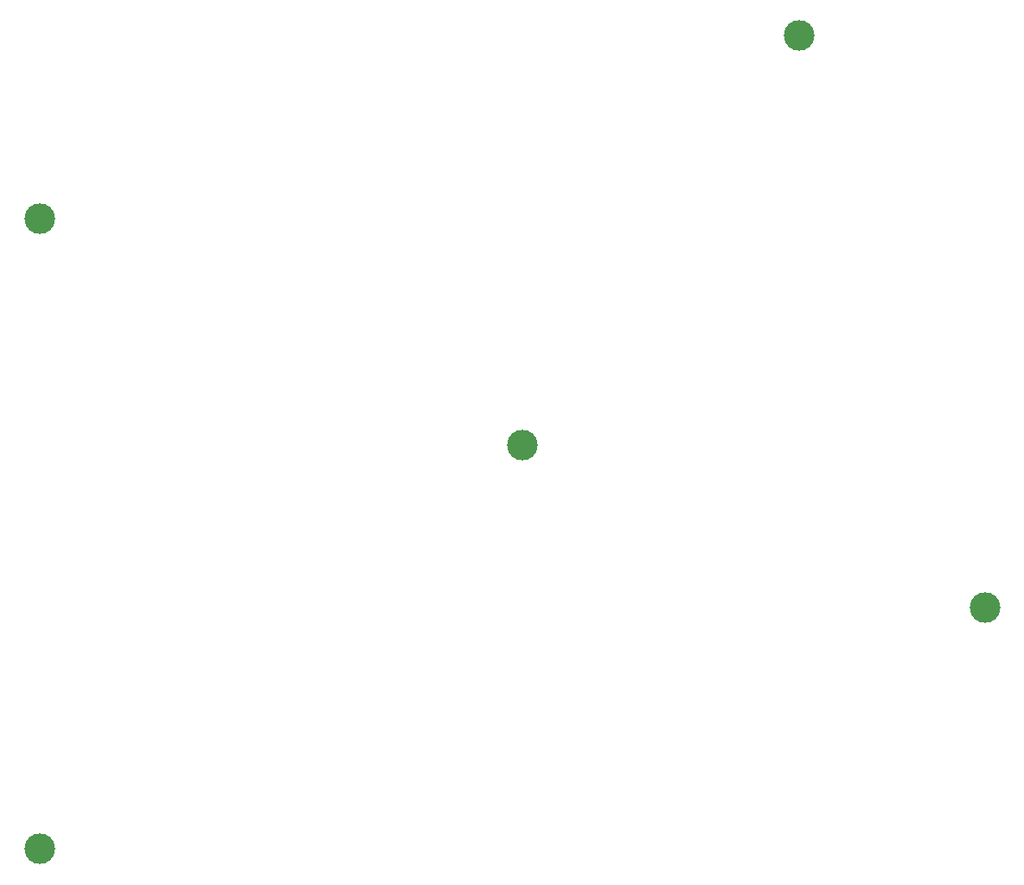
<source format=gts>
G04 #@! TF.GenerationSoftware,KiCad,Pcbnew,(6.0.2-0)*
G04 #@! TF.CreationDate,2022-03-11T16:48:04+00:00*
G04 #@! TF.ProjectId,untitled,756e7469-746c-4656-942e-6b696361645f,rev?*
G04 #@! TF.SameCoordinates,Original*
G04 #@! TF.FileFunction,Soldermask,Top*
G04 #@! TF.FilePolarity,Negative*
%FSLAX46Y46*%
G04 Gerber Fmt 4.6, Leading zero omitted, Abs format (unit mm)*
G04 Created by KiCad (PCBNEW (6.0.2-0)) date 2022-03-11 16:48:04*
%MOMM*%
%LPD*%
G01*
G04 APERTURE LIST*
%ADD10C,3.000000*%
G04 APERTURE END LIST*
D10*
X276673654Y-101543586D03*
X184191755Y-125149050D03*
X231431450Y-85596597D03*
X184158496Y-63399594D03*
X258473710Y-45529926D03*
M02*

</source>
